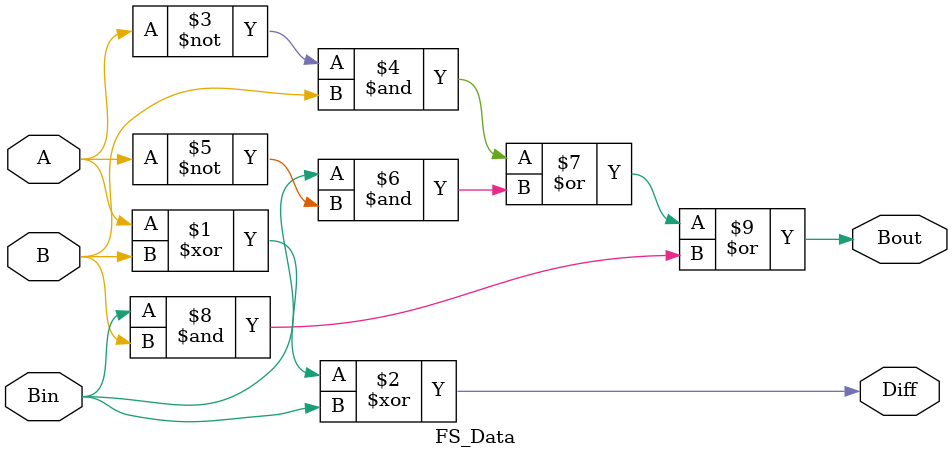
<source format=v>
`timescale 1ns / 1ps

module FS_Data(
    input A,
    input B,
    input Bin,
    output Diff,
    output Bout
    );
    
    assign Diff = A ^ B ^ Bin;
    
    assign Bout = (~A & B) | (Bin & ~A) | (Bin & B);

endmodule

</source>
